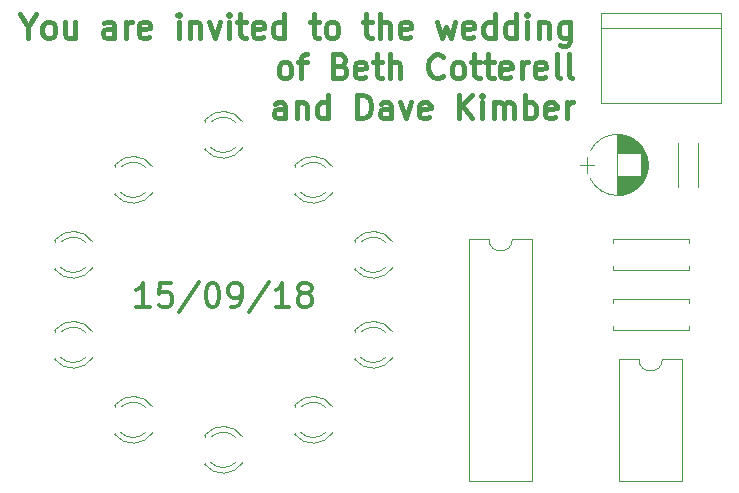
<source format=gbr>
G04 #@! TF.FileFunction,Legend,Top*
%FSLAX46Y46*%
G04 Gerber Fmt 4.6, Leading zero omitted, Abs format (unit mm)*
G04 Created by KiCad (PCBNEW 4.0.7-e2-6376~58~ubuntu16.04.1) date Wed Jun 13 19:58:53 2018*
%MOMM*%
%LPD*%
G01*
G04 APERTURE LIST*
%ADD10C,0.100000*%
%ADD11C,0.300000*%
%ADD12C,0.400000*%
%ADD13C,0.120000*%
G04 APERTURE END LIST*
D10*
D11*
X141097786Y-108537262D02*
X139954928Y-108537262D01*
X140526357Y-108537262D02*
X140526357Y-106537262D01*
X140335881Y-106822976D01*
X140145405Y-107013452D01*
X139954928Y-107108690D01*
X142907309Y-106537262D02*
X141954928Y-106537262D01*
X141859690Y-107489643D01*
X141954928Y-107394405D01*
X142145405Y-107299167D01*
X142621595Y-107299167D01*
X142812071Y-107394405D01*
X142907309Y-107489643D01*
X143002548Y-107680119D01*
X143002548Y-108156310D01*
X142907309Y-108346786D01*
X142812071Y-108442024D01*
X142621595Y-108537262D01*
X142145405Y-108537262D01*
X141954928Y-108442024D01*
X141859690Y-108346786D01*
X145288262Y-106442024D02*
X143573976Y-109013452D01*
X146335881Y-106537262D02*
X146526357Y-106537262D01*
X146716833Y-106632500D01*
X146812071Y-106727738D01*
X146907309Y-106918214D01*
X147002548Y-107299167D01*
X147002548Y-107775357D01*
X146907309Y-108156310D01*
X146812071Y-108346786D01*
X146716833Y-108442024D01*
X146526357Y-108537262D01*
X146335881Y-108537262D01*
X146145405Y-108442024D01*
X146050167Y-108346786D01*
X145954928Y-108156310D01*
X145859690Y-107775357D01*
X145859690Y-107299167D01*
X145954928Y-106918214D01*
X146050167Y-106727738D01*
X146145405Y-106632500D01*
X146335881Y-106537262D01*
X147954929Y-108537262D02*
X148335881Y-108537262D01*
X148526357Y-108442024D01*
X148621595Y-108346786D01*
X148812071Y-108061071D01*
X148907310Y-107680119D01*
X148907310Y-106918214D01*
X148812071Y-106727738D01*
X148716833Y-106632500D01*
X148526357Y-106537262D01*
X148145405Y-106537262D01*
X147954929Y-106632500D01*
X147859690Y-106727738D01*
X147764452Y-106918214D01*
X147764452Y-107394405D01*
X147859690Y-107584881D01*
X147954929Y-107680119D01*
X148145405Y-107775357D01*
X148526357Y-107775357D01*
X148716833Y-107680119D01*
X148812071Y-107584881D01*
X148907310Y-107394405D01*
X151193024Y-106442024D02*
X149478738Y-109013452D01*
X152907310Y-108537262D02*
X151764452Y-108537262D01*
X152335881Y-108537262D02*
X152335881Y-106537262D01*
X152145405Y-106822976D01*
X151954929Y-107013452D01*
X151764452Y-107108690D01*
X154050167Y-107394405D02*
X153859691Y-107299167D01*
X153764452Y-107203929D01*
X153669214Y-107013452D01*
X153669214Y-106918214D01*
X153764452Y-106727738D01*
X153859691Y-106632500D01*
X154050167Y-106537262D01*
X154431119Y-106537262D01*
X154621595Y-106632500D01*
X154716833Y-106727738D01*
X154812072Y-106918214D01*
X154812072Y-107013452D01*
X154716833Y-107203929D01*
X154621595Y-107299167D01*
X154431119Y-107394405D01*
X154050167Y-107394405D01*
X153859691Y-107489643D01*
X153764452Y-107584881D01*
X153669214Y-107775357D01*
X153669214Y-108156310D01*
X153764452Y-108346786D01*
X153859691Y-108442024D01*
X154050167Y-108537262D01*
X154431119Y-108537262D01*
X154621595Y-108442024D01*
X154716833Y-108346786D01*
X154812072Y-108156310D01*
X154812072Y-107775357D01*
X154716833Y-107584881D01*
X154621595Y-107489643D01*
X154431119Y-107394405D01*
D12*
X130784042Y-84817381D02*
X130784042Y-85769762D01*
X130117375Y-83769762D02*
X130784042Y-84817381D01*
X131450709Y-83769762D01*
X132403090Y-85769762D02*
X132212614Y-85674524D01*
X132117375Y-85579286D01*
X132022137Y-85388810D01*
X132022137Y-84817381D01*
X132117375Y-84626905D01*
X132212614Y-84531667D01*
X132403090Y-84436429D01*
X132688804Y-84436429D01*
X132879280Y-84531667D01*
X132974518Y-84626905D01*
X133069756Y-84817381D01*
X133069756Y-85388810D01*
X132974518Y-85579286D01*
X132879280Y-85674524D01*
X132688804Y-85769762D01*
X132403090Y-85769762D01*
X134784042Y-84436429D02*
X134784042Y-85769762D01*
X133926899Y-84436429D02*
X133926899Y-85484048D01*
X134022138Y-85674524D01*
X134212614Y-85769762D01*
X134498328Y-85769762D01*
X134688804Y-85674524D01*
X134784042Y-85579286D01*
X138117376Y-85769762D02*
X138117376Y-84722143D01*
X138022138Y-84531667D01*
X137831662Y-84436429D01*
X137450710Y-84436429D01*
X137260233Y-84531667D01*
X138117376Y-85674524D02*
X137926900Y-85769762D01*
X137450710Y-85769762D01*
X137260233Y-85674524D01*
X137164995Y-85484048D01*
X137164995Y-85293571D01*
X137260233Y-85103095D01*
X137450710Y-85007857D01*
X137926900Y-85007857D01*
X138117376Y-84912619D01*
X139069757Y-85769762D02*
X139069757Y-84436429D01*
X139069757Y-84817381D02*
X139164996Y-84626905D01*
X139260234Y-84531667D01*
X139450710Y-84436429D01*
X139641186Y-84436429D01*
X141069757Y-85674524D02*
X140879281Y-85769762D01*
X140498329Y-85769762D01*
X140307852Y-85674524D01*
X140212614Y-85484048D01*
X140212614Y-84722143D01*
X140307852Y-84531667D01*
X140498329Y-84436429D01*
X140879281Y-84436429D01*
X141069757Y-84531667D01*
X141164995Y-84722143D01*
X141164995Y-84912619D01*
X140212614Y-85103095D01*
X143545948Y-85769762D02*
X143545948Y-84436429D01*
X143545948Y-83769762D02*
X143450710Y-83865000D01*
X143545948Y-83960238D01*
X143641187Y-83865000D01*
X143545948Y-83769762D01*
X143545948Y-83960238D01*
X144498329Y-84436429D02*
X144498329Y-85769762D01*
X144498329Y-84626905D02*
X144593568Y-84531667D01*
X144784044Y-84436429D01*
X145069758Y-84436429D01*
X145260234Y-84531667D01*
X145355472Y-84722143D01*
X145355472Y-85769762D01*
X146117377Y-84436429D02*
X146593568Y-85769762D01*
X147069758Y-84436429D01*
X147831663Y-85769762D02*
X147831663Y-84436429D01*
X147831663Y-83769762D02*
X147736425Y-83865000D01*
X147831663Y-83960238D01*
X147926902Y-83865000D01*
X147831663Y-83769762D01*
X147831663Y-83960238D01*
X148498330Y-84436429D02*
X149260235Y-84436429D01*
X148784044Y-83769762D02*
X148784044Y-85484048D01*
X148879283Y-85674524D01*
X149069759Y-85769762D01*
X149260235Y-85769762D01*
X150688806Y-85674524D02*
X150498330Y-85769762D01*
X150117378Y-85769762D01*
X149926901Y-85674524D01*
X149831663Y-85484048D01*
X149831663Y-84722143D01*
X149926901Y-84531667D01*
X150117378Y-84436429D01*
X150498330Y-84436429D01*
X150688806Y-84531667D01*
X150784044Y-84722143D01*
X150784044Y-84912619D01*
X149831663Y-85103095D01*
X152498330Y-85769762D02*
X152498330Y-83769762D01*
X152498330Y-85674524D02*
X152307854Y-85769762D01*
X151926902Y-85769762D01*
X151736426Y-85674524D01*
X151641187Y-85579286D01*
X151545949Y-85388810D01*
X151545949Y-84817381D01*
X151641187Y-84626905D01*
X151736426Y-84531667D01*
X151926902Y-84436429D01*
X152307854Y-84436429D01*
X152498330Y-84531667D01*
X154688807Y-84436429D02*
X155450712Y-84436429D01*
X154974521Y-83769762D02*
X154974521Y-85484048D01*
X155069760Y-85674524D01*
X155260236Y-85769762D01*
X155450712Y-85769762D01*
X156403093Y-85769762D02*
X156212617Y-85674524D01*
X156117378Y-85579286D01*
X156022140Y-85388810D01*
X156022140Y-84817381D01*
X156117378Y-84626905D01*
X156212617Y-84531667D01*
X156403093Y-84436429D01*
X156688807Y-84436429D01*
X156879283Y-84531667D01*
X156974521Y-84626905D01*
X157069759Y-84817381D01*
X157069759Y-85388810D01*
X156974521Y-85579286D01*
X156879283Y-85674524D01*
X156688807Y-85769762D01*
X156403093Y-85769762D01*
X159164998Y-84436429D02*
X159926903Y-84436429D01*
X159450712Y-83769762D02*
X159450712Y-85484048D01*
X159545951Y-85674524D01*
X159736427Y-85769762D01*
X159926903Y-85769762D01*
X160593569Y-85769762D02*
X160593569Y-83769762D01*
X161450712Y-85769762D02*
X161450712Y-84722143D01*
X161355474Y-84531667D01*
X161164998Y-84436429D01*
X160879284Y-84436429D01*
X160688808Y-84531667D01*
X160593569Y-84626905D01*
X163164998Y-85674524D02*
X162974522Y-85769762D01*
X162593570Y-85769762D01*
X162403093Y-85674524D01*
X162307855Y-85484048D01*
X162307855Y-84722143D01*
X162403093Y-84531667D01*
X162593570Y-84436429D01*
X162974522Y-84436429D01*
X163164998Y-84531667D01*
X163260236Y-84722143D01*
X163260236Y-84912619D01*
X162307855Y-85103095D01*
X165450713Y-84436429D02*
X165831666Y-85769762D01*
X166212618Y-84817381D01*
X166593570Y-85769762D01*
X166974523Y-84436429D01*
X168498332Y-85674524D02*
X168307856Y-85769762D01*
X167926904Y-85769762D01*
X167736427Y-85674524D01*
X167641189Y-85484048D01*
X167641189Y-84722143D01*
X167736427Y-84531667D01*
X167926904Y-84436429D01*
X168307856Y-84436429D01*
X168498332Y-84531667D01*
X168593570Y-84722143D01*
X168593570Y-84912619D01*
X167641189Y-85103095D01*
X170307856Y-85769762D02*
X170307856Y-83769762D01*
X170307856Y-85674524D02*
X170117380Y-85769762D01*
X169736428Y-85769762D01*
X169545952Y-85674524D01*
X169450713Y-85579286D01*
X169355475Y-85388810D01*
X169355475Y-84817381D01*
X169450713Y-84626905D01*
X169545952Y-84531667D01*
X169736428Y-84436429D01*
X170117380Y-84436429D01*
X170307856Y-84531667D01*
X172117380Y-85769762D02*
X172117380Y-83769762D01*
X172117380Y-85674524D02*
X171926904Y-85769762D01*
X171545952Y-85769762D01*
X171355476Y-85674524D01*
X171260237Y-85579286D01*
X171164999Y-85388810D01*
X171164999Y-84817381D01*
X171260237Y-84626905D01*
X171355476Y-84531667D01*
X171545952Y-84436429D01*
X171926904Y-84436429D01*
X172117380Y-84531667D01*
X173069761Y-85769762D02*
X173069761Y-84436429D01*
X173069761Y-83769762D02*
X172974523Y-83865000D01*
X173069761Y-83960238D01*
X173165000Y-83865000D01*
X173069761Y-83769762D01*
X173069761Y-83960238D01*
X174022142Y-84436429D02*
X174022142Y-85769762D01*
X174022142Y-84626905D02*
X174117381Y-84531667D01*
X174307857Y-84436429D01*
X174593571Y-84436429D01*
X174784047Y-84531667D01*
X174879285Y-84722143D01*
X174879285Y-85769762D01*
X176688809Y-84436429D02*
X176688809Y-86055476D01*
X176593571Y-86245952D01*
X176498333Y-86341190D01*
X176307857Y-86436429D01*
X176022143Y-86436429D01*
X175831666Y-86341190D01*
X176688809Y-85674524D02*
X176498333Y-85769762D01*
X176117381Y-85769762D01*
X175926905Y-85674524D01*
X175831666Y-85579286D01*
X175736428Y-85388810D01*
X175736428Y-84817381D01*
X175831666Y-84626905D01*
X175926905Y-84531667D01*
X176117381Y-84436429D01*
X176498333Y-84436429D01*
X176688809Y-84531667D01*
X152403094Y-89169762D02*
X152212618Y-89074524D01*
X152117379Y-88979286D01*
X152022141Y-88788810D01*
X152022141Y-88217381D01*
X152117379Y-88026905D01*
X152212618Y-87931667D01*
X152403094Y-87836429D01*
X152688808Y-87836429D01*
X152879284Y-87931667D01*
X152974522Y-88026905D01*
X153069760Y-88217381D01*
X153069760Y-88788810D01*
X152974522Y-88979286D01*
X152879284Y-89074524D01*
X152688808Y-89169762D01*
X152403094Y-89169762D01*
X153641189Y-87836429D02*
X154403094Y-87836429D01*
X153926903Y-89169762D02*
X153926903Y-87455476D01*
X154022142Y-87265000D01*
X154212618Y-87169762D01*
X154403094Y-87169762D01*
X157260237Y-88122143D02*
X157545951Y-88217381D01*
X157641190Y-88312619D01*
X157736428Y-88503095D01*
X157736428Y-88788810D01*
X157641190Y-88979286D01*
X157545951Y-89074524D01*
X157355475Y-89169762D01*
X156593570Y-89169762D01*
X156593570Y-87169762D01*
X157260237Y-87169762D01*
X157450713Y-87265000D01*
X157545951Y-87360238D01*
X157641190Y-87550714D01*
X157641190Y-87741190D01*
X157545951Y-87931667D01*
X157450713Y-88026905D01*
X157260237Y-88122143D01*
X156593570Y-88122143D01*
X159355475Y-89074524D02*
X159164999Y-89169762D01*
X158784047Y-89169762D01*
X158593570Y-89074524D01*
X158498332Y-88884048D01*
X158498332Y-88122143D01*
X158593570Y-87931667D01*
X158784047Y-87836429D01*
X159164999Y-87836429D01*
X159355475Y-87931667D01*
X159450713Y-88122143D01*
X159450713Y-88312619D01*
X158498332Y-88503095D01*
X160022142Y-87836429D02*
X160784047Y-87836429D01*
X160307856Y-87169762D02*
X160307856Y-88884048D01*
X160403095Y-89074524D01*
X160593571Y-89169762D01*
X160784047Y-89169762D01*
X161450713Y-89169762D02*
X161450713Y-87169762D01*
X162307856Y-89169762D02*
X162307856Y-88122143D01*
X162212618Y-87931667D01*
X162022142Y-87836429D01*
X161736428Y-87836429D01*
X161545952Y-87931667D01*
X161450713Y-88026905D01*
X165926905Y-88979286D02*
X165831667Y-89074524D01*
X165545952Y-89169762D01*
X165355476Y-89169762D01*
X165069762Y-89074524D01*
X164879286Y-88884048D01*
X164784047Y-88693571D01*
X164688809Y-88312619D01*
X164688809Y-88026905D01*
X164784047Y-87645952D01*
X164879286Y-87455476D01*
X165069762Y-87265000D01*
X165355476Y-87169762D01*
X165545952Y-87169762D01*
X165831667Y-87265000D01*
X165926905Y-87360238D01*
X167069762Y-89169762D02*
X166879286Y-89074524D01*
X166784047Y-88979286D01*
X166688809Y-88788810D01*
X166688809Y-88217381D01*
X166784047Y-88026905D01*
X166879286Y-87931667D01*
X167069762Y-87836429D01*
X167355476Y-87836429D01*
X167545952Y-87931667D01*
X167641190Y-88026905D01*
X167736428Y-88217381D01*
X167736428Y-88788810D01*
X167641190Y-88979286D01*
X167545952Y-89074524D01*
X167355476Y-89169762D01*
X167069762Y-89169762D01*
X168307857Y-87836429D02*
X169069762Y-87836429D01*
X168593571Y-87169762D02*
X168593571Y-88884048D01*
X168688810Y-89074524D01*
X168879286Y-89169762D01*
X169069762Y-89169762D01*
X169450714Y-87836429D02*
X170212619Y-87836429D01*
X169736428Y-87169762D02*
X169736428Y-88884048D01*
X169831667Y-89074524D01*
X170022143Y-89169762D01*
X170212619Y-89169762D01*
X171641190Y-89074524D02*
X171450714Y-89169762D01*
X171069762Y-89169762D01*
X170879285Y-89074524D01*
X170784047Y-88884048D01*
X170784047Y-88122143D01*
X170879285Y-87931667D01*
X171069762Y-87836429D01*
X171450714Y-87836429D01*
X171641190Y-87931667D01*
X171736428Y-88122143D01*
X171736428Y-88312619D01*
X170784047Y-88503095D01*
X172593571Y-89169762D02*
X172593571Y-87836429D01*
X172593571Y-88217381D02*
X172688810Y-88026905D01*
X172784048Y-87931667D01*
X172974524Y-87836429D01*
X173165000Y-87836429D01*
X174593571Y-89074524D02*
X174403095Y-89169762D01*
X174022143Y-89169762D01*
X173831666Y-89074524D01*
X173736428Y-88884048D01*
X173736428Y-88122143D01*
X173831666Y-87931667D01*
X174022143Y-87836429D01*
X174403095Y-87836429D01*
X174593571Y-87931667D01*
X174688809Y-88122143D01*
X174688809Y-88312619D01*
X173736428Y-88503095D01*
X175831667Y-89169762D02*
X175641191Y-89074524D01*
X175545952Y-88884048D01*
X175545952Y-87169762D01*
X176879286Y-89169762D02*
X176688810Y-89074524D01*
X176593571Y-88884048D01*
X176593571Y-87169762D01*
X152593568Y-92569762D02*
X152593568Y-91522143D01*
X152498330Y-91331667D01*
X152307854Y-91236429D01*
X151926902Y-91236429D01*
X151736425Y-91331667D01*
X152593568Y-92474524D02*
X152403092Y-92569762D01*
X151926902Y-92569762D01*
X151736425Y-92474524D01*
X151641187Y-92284048D01*
X151641187Y-92093571D01*
X151736425Y-91903095D01*
X151926902Y-91807857D01*
X152403092Y-91807857D01*
X152593568Y-91712619D01*
X153545949Y-91236429D02*
X153545949Y-92569762D01*
X153545949Y-91426905D02*
X153641188Y-91331667D01*
X153831664Y-91236429D01*
X154117378Y-91236429D01*
X154307854Y-91331667D01*
X154403092Y-91522143D01*
X154403092Y-92569762D01*
X156212616Y-92569762D02*
X156212616Y-90569762D01*
X156212616Y-92474524D02*
X156022140Y-92569762D01*
X155641188Y-92569762D01*
X155450712Y-92474524D01*
X155355473Y-92379286D01*
X155260235Y-92188810D01*
X155260235Y-91617381D01*
X155355473Y-91426905D01*
X155450712Y-91331667D01*
X155641188Y-91236429D01*
X156022140Y-91236429D01*
X156212616Y-91331667D01*
X158688807Y-92569762D02*
X158688807Y-90569762D01*
X159164998Y-90569762D01*
X159450712Y-90665000D01*
X159641188Y-90855476D01*
X159736427Y-91045952D01*
X159831665Y-91426905D01*
X159831665Y-91712619D01*
X159736427Y-92093571D01*
X159641188Y-92284048D01*
X159450712Y-92474524D01*
X159164998Y-92569762D01*
X158688807Y-92569762D01*
X161545950Y-92569762D02*
X161545950Y-91522143D01*
X161450712Y-91331667D01*
X161260236Y-91236429D01*
X160879284Y-91236429D01*
X160688807Y-91331667D01*
X161545950Y-92474524D02*
X161355474Y-92569762D01*
X160879284Y-92569762D01*
X160688807Y-92474524D01*
X160593569Y-92284048D01*
X160593569Y-92093571D01*
X160688807Y-91903095D01*
X160879284Y-91807857D01*
X161355474Y-91807857D01*
X161545950Y-91712619D01*
X162307855Y-91236429D02*
X162784046Y-92569762D01*
X163260236Y-91236429D01*
X164784046Y-92474524D02*
X164593570Y-92569762D01*
X164212618Y-92569762D01*
X164022141Y-92474524D01*
X163926903Y-92284048D01*
X163926903Y-91522143D01*
X164022141Y-91331667D01*
X164212618Y-91236429D01*
X164593570Y-91236429D01*
X164784046Y-91331667D01*
X164879284Y-91522143D01*
X164879284Y-91712619D01*
X163926903Y-91903095D01*
X167260237Y-92569762D02*
X167260237Y-90569762D01*
X168403095Y-92569762D02*
X167545952Y-91426905D01*
X168403095Y-90569762D02*
X167260237Y-91712619D01*
X169260237Y-92569762D02*
X169260237Y-91236429D01*
X169260237Y-90569762D02*
X169164999Y-90665000D01*
X169260237Y-90760238D01*
X169355476Y-90665000D01*
X169260237Y-90569762D01*
X169260237Y-90760238D01*
X170212618Y-92569762D02*
X170212618Y-91236429D01*
X170212618Y-91426905D02*
X170307857Y-91331667D01*
X170498333Y-91236429D01*
X170784047Y-91236429D01*
X170974523Y-91331667D01*
X171069761Y-91522143D01*
X171069761Y-92569762D01*
X171069761Y-91522143D02*
X171164999Y-91331667D01*
X171355476Y-91236429D01*
X171641190Y-91236429D01*
X171831666Y-91331667D01*
X171926904Y-91522143D01*
X171926904Y-92569762D01*
X172879285Y-92569762D02*
X172879285Y-90569762D01*
X172879285Y-91331667D02*
X173069762Y-91236429D01*
X173450714Y-91236429D01*
X173641190Y-91331667D01*
X173736428Y-91426905D01*
X173831666Y-91617381D01*
X173831666Y-92188810D01*
X173736428Y-92379286D01*
X173641190Y-92474524D01*
X173450714Y-92569762D01*
X173069762Y-92569762D01*
X172879285Y-92474524D01*
X175450714Y-92474524D02*
X175260238Y-92569762D01*
X174879286Y-92569762D01*
X174688809Y-92474524D01*
X174593571Y-92284048D01*
X174593571Y-91522143D01*
X174688809Y-91331667D01*
X174879286Y-91236429D01*
X175260238Y-91236429D01*
X175450714Y-91331667D01*
X175545952Y-91522143D01*
X175545952Y-91712619D01*
X174593571Y-91903095D01*
X176403095Y-92569762D02*
X176403095Y-91236429D01*
X176403095Y-91617381D02*
X176498334Y-91426905D01*
X176593572Y-91331667D01*
X176784048Y-91236429D01*
X176974524Y-91236429D01*
D13*
X187550000Y-94660000D02*
X187550000Y-98380000D01*
X185830000Y-94660000D02*
X185830000Y-98380000D01*
X183010722Y-95340277D02*
G75*
G03X178399420Y-95340000I-2305722J-1179723D01*
G01*
X183010722Y-97699723D02*
G75*
G02X178399420Y-97700000I-2305722J1179723D01*
G01*
X183010722Y-97699723D02*
G75*
G03X183010580Y-95340000I-2305722J1179723D01*
G01*
X180705000Y-93970000D02*
X180705000Y-99070000D01*
X180745000Y-93970000D02*
X180745000Y-95540000D01*
X180745000Y-97500000D02*
X180745000Y-99070000D01*
X180785000Y-93971000D02*
X180785000Y-95540000D01*
X180785000Y-97500000D02*
X180785000Y-99069000D01*
X180825000Y-93972000D02*
X180825000Y-95540000D01*
X180825000Y-97500000D02*
X180825000Y-99068000D01*
X180865000Y-93974000D02*
X180865000Y-95540000D01*
X180865000Y-97500000D02*
X180865000Y-99066000D01*
X180905000Y-93977000D02*
X180905000Y-95540000D01*
X180905000Y-97500000D02*
X180905000Y-99063000D01*
X180945000Y-93981000D02*
X180945000Y-95540000D01*
X180945000Y-97500000D02*
X180945000Y-99059000D01*
X180985000Y-93985000D02*
X180985000Y-95540000D01*
X180985000Y-97500000D02*
X180985000Y-99055000D01*
X181025000Y-93989000D02*
X181025000Y-95540000D01*
X181025000Y-97500000D02*
X181025000Y-99051000D01*
X181065000Y-93995000D02*
X181065000Y-95540000D01*
X181065000Y-97500000D02*
X181065000Y-99045000D01*
X181105000Y-94001000D02*
X181105000Y-95540000D01*
X181105000Y-97500000D02*
X181105000Y-99039000D01*
X181145000Y-94007000D02*
X181145000Y-95540000D01*
X181145000Y-97500000D02*
X181145000Y-99033000D01*
X181185000Y-94014000D02*
X181185000Y-95540000D01*
X181185000Y-97500000D02*
X181185000Y-99026000D01*
X181225000Y-94022000D02*
X181225000Y-95540000D01*
X181225000Y-97500000D02*
X181225000Y-99018000D01*
X181265000Y-94031000D02*
X181265000Y-95540000D01*
X181265000Y-97500000D02*
X181265000Y-99009000D01*
X181305000Y-94040000D02*
X181305000Y-95540000D01*
X181305000Y-97500000D02*
X181305000Y-99000000D01*
X181345000Y-94050000D02*
X181345000Y-95540000D01*
X181345000Y-97500000D02*
X181345000Y-98990000D01*
X181385000Y-94060000D02*
X181385000Y-95540000D01*
X181385000Y-97500000D02*
X181385000Y-98980000D01*
X181426000Y-94072000D02*
X181426000Y-95540000D01*
X181426000Y-97500000D02*
X181426000Y-98968000D01*
X181466000Y-94084000D02*
X181466000Y-95540000D01*
X181466000Y-97500000D02*
X181466000Y-98956000D01*
X181506000Y-94096000D02*
X181506000Y-95540000D01*
X181506000Y-97500000D02*
X181506000Y-98944000D01*
X181546000Y-94110000D02*
X181546000Y-95540000D01*
X181546000Y-97500000D02*
X181546000Y-98930000D01*
X181586000Y-94124000D02*
X181586000Y-95540000D01*
X181586000Y-97500000D02*
X181586000Y-98916000D01*
X181626000Y-94138000D02*
X181626000Y-95540000D01*
X181626000Y-97500000D02*
X181626000Y-98902000D01*
X181666000Y-94154000D02*
X181666000Y-95540000D01*
X181666000Y-97500000D02*
X181666000Y-98886000D01*
X181706000Y-94170000D02*
X181706000Y-95540000D01*
X181706000Y-97500000D02*
X181706000Y-98870000D01*
X181746000Y-94187000D02*
X181746000Y-95540000D01*
X181746000Y-97500000D02*
X181746000Y-98853000D01*
X181786000Y-94205000D02*
X181786000Y-95540000D01*
X181786000Y-97500000D02*
X181786000Y-98835000D01*
X181826000Y-94224000D02*
X181826000Y-95540000D01*
X181826000Y-97500000D02*
X181826000Y-98816000D01*
X181866000Y-94244000D02*
X181866000Y-95540000D01*
X181866000Y-97500000D02*
X181866000Y-98796000D01*
X181906000Y-94264000D02*
X181906000Y-95540000D01*
X181906000Y-97500000D02*
X181906000Y-98776000D01*
X181946000Y-94286000D02*
X181946000Y-95540000D01*
X181946000Y-97500000D02*
X181946000Y-98754000D01*
X181986000Y-94308000D02*
X181986000Y-95540000D01*
X181986000Y-97500000D02*
X181986000Y-98732000D01*
X182026000Y-94331000D02*
X182026000Y-95540000D01*
X182026000Y-97500000D02*
X182026000Y-98709000D01*
X182066000Y-94355000D02*
X182066000Y-95540000D01*
X182066000Y-97500000D02*
X182066000Y-98685000D01*
X182106000Y-94380000D02*
X182106000Y-95540000D01*
X182106000Y-97500000D02*
X182106000Y-98660000D01*
X182146000Y-94407000D02*
X182146000Y-95540000D01*
X182146000Y-97500000D02*
X182146000Y-98633000D01*
X182186000Y-94434000D02*
X182186000Y-95540000D01*
X182186000Y-97500000D02*
X182186000Y-98606000D01*
X182226000Y-94462000D02*
X182226000Y-95540000D01*
X182226000Y-97500000D02*
X182226000Y-98578000D01*
X182266000Y-94492000D02*
X182266000Y-95540000D01*
X182266000Y-97500000D02*
X182266000Y-98548000D01*
X182306000Y-94523000D02*
X182306000Y-95540000D01*
X182306000Y-97500000D02*
X182306000Y-98517000D01*
X182346000Y-94555000D02*
X182346000Y-95540000D01*
X182346000Y-97500000D02*
X182346000Y-98485000D01*
X182386000Y-94588000D02*
X182386000Y-95540000D01*
X182386000Y-97500000D02*
X182386000Y-98452000D01*
X182426000Y-94623000D02*
X182426000Y-95540000D01*
X182426000Y-97500000D02*
X182426000Y-98417000D01*
X182466000Y-94659000D02*
X182466000Y-95540000D01*
X182466000Y-97500000D02*
X182466000Y-98381000D01*
X182506000Y-94697000D02*
X182506000Y-95540000D01*
X182506000Y-97500000D02*
X182506000Y-98343000D01*
X182546000Y-94737000D02*
X182546000Y-95540000D01*
X182546000Y-97500000D02*
X182546000Y-98303000D01*
X182586000Y-94778000D02*
X182586000Y-95540000D01*
X182586000Y-97500000D02*
X182586000Y-98262000D01*
X182626000Y-94821000D02*
X182626000Y-95540000D01*
X182626000Y-97500000D02*
X182626000Y-98219000D01*
X182666000Y-94866000D02*
X182666000Y-95540000D01*
X182666000Y-97500000D02*
X182666000Y-98174000D01*
X182706000Y-94914000D02*
X182706000Y-98126000D01*
X182746000Y-94964000D02*
X182746000Y-98076000D01*
X182786000Y-95016000D02*
X182786000Y-98024000D01*
X182826000Y-95072000D02*
X182826000Y-97968000D01*
X182866000Y-95130000D02*
X182866000Y-97910000D01*
X182906000Y-95193000D02*
X182906000Y-97847000D01*
X182946000Y-95259000D02*
X182946000Y-97781000D01*
X182986000Y-95331000D02*
X182986000Y-97709000D01*
X183026000Y-95408000D02*
X183026000Y-97632000D01*
X183066000Y-95492000D02*
X183066000Y-97548000D01*
X183106000Y-95586000D02*
X183106000Y-97454000D01*
X183146000Y-95691000D02*
X183146000Y-97349000D01*
X183186000Y-95813000D02*
X183186000Y-97227000D01*
X183226000Y-95961000D02*
X183226000Y-97079000D01*
X183266000Y-96166000D02*
X183266000Y-96874000D01*
X177505000Y-96520000D02*
X178705000Y-96520000D01*
X178105000Y-95870000D02*
X178105000Y-97170000D01*
X148992335Y-92901392D02*
G75*
G03X145760000Y-92744484I-1672335J-1078608D01*
G01*
X148992335Y-95058608D02*
G75*
G02X145760000Y-95215516I-1672335J1078608D01*
G01*
X148361130Y-92900163D02*
G75*
G03X146279039Y-92900000I-1041130J-1079837D01*
G01*
X148361130Y-95059837D02*
G75*
G02X146279039Y-95060000I-1041130J1079837D01*
G01*
X145760000Y-92744000D02*
X145760000Y-92900000D01*
X145760000Y-95060000D02*
X145760000Y-95216000D01*
X156612335Y-96711392D02*
G75*
G03X153380000Y-96554484I-1672335J-1078608D01*
G01*
X156612335Y-98868608D02*
G75*
G02X153380000Y-99025516I-1672335J1078608D01*
G01*
X155981130Y-96710163D02*
G75*
G03X153899039Y-96710000I-1041130J-1079837D01*
G01*
X155981130Y-98869837D02*
G75*
G02X153899039Y-98870000I-1041130J1079837D01*
G01*
X153380000Y-96554000D02*
X153380000Y-96710000D01*
X153380000Y-98870000D02*
X153380000Y-99026000D01*
X161692335Y-103061392D02*
G75*
G03X158460000Y-102904484I-1672335J-1078608D01*
G01*
X161692335Y-105218608D02*
G75*
G02X158460000Y-105375516I-1672335J1078608D01*
G01*
X161061130Y-103060163D02*
G75*
G03X158979039Y-103060000I-1041130J-1079837D01*
G01*
X161061130Y-105219837D02*
G75*
G02X158979039Y-105220000I-1041130J1079837D01*
G01*
X158460000Y-102904000D02*
X158460000Y-103060000D01*
X158460000Y-105220000D02*
X158460000Y-105376000D01*
X161692335Y-110681392D02*
G75*
G03X158460000Y-110524484I-1672335J-1078608D01*
G01*
X161692335Y-112838608D02*
G75*
G02X158460000Y-112995516I-1672335J1078608D01*
G01*
X161061130Y-110680163D02*
G75*
G03X158979039Y-110680000I-1041130J-1079837D01*
G01*
X161061130Y-112839837D02*
G75*
G02X158979039Y-112840000I-1041130J1079837D01*
G01*
X158460000Y-110524000D02*
X158460000Y-110680000D01*
X158460000Y-112840000D02*
X158460000Y-112996000D01*
X156612335Y-117031392D02*
G75*
G03X153380000Y-116874484I-1672335J-1078608D01*
G01*
X156612335Y-119188608D02*
G75*
G02X153380000Y-119345516I-1672335J1078608D01*
G01*
X155981130Y-117030163D02*
G75*
G03X153899039Y-117030000I-1041130J-1079837D01*
G01*
X155981130Y-119189837D02*
G75*
G02X153899039Y-119190000I-1041130J1079837D01*
G01*
X153380000Y-116874000D02*
X153380000Y-117030000D01*
X153380000Y-119190000D02*
X153380000Y-119346000D01*
X148992335Y-119571392D02*
G75*
G03X145760000Y-119414484I-1672335J-1078608D01*
G01*
X148992335Y-121728608D02*
G75*
G02X145760000Y-121885516I-1672335J1078608D01*
G01*
X148361130Y-119570163D02*
G75*
G03X146279039Y-119570000I-1041130J-1079837D01*
G01*
X148361130Y-121729837D02*
G75*
G02X146279039Y-121730000I-1041130J1079837D01*
G01*
X145760000Y-119414000D02*
X145760000Y-119570000D01*
X145760000Y-121730000D02*
X145760000Y-121886000D01*
X141372335Y-117031392D02*
G75*
G03X138140000Y-116874484I-1672335J-1078608D01*
G01*
X141372335Y-119188608D02*
G75*
G02X138140000Y-119345516I-1672335J1078608D01*
G01*
X140741130Y-117030163D02*
G75*
G03X138659039Y-117030000I-1041130J-1079837D01*
G01*
X140741130Y-119189837D02*
G75*
G02X138659039Y-119190000I-1041130J1079837D01*
G01*
X138140000Y-116874000D02*
X138140000Y-117030000D01*
X138140000Y-119190000D02*
X138140000Y-119346000D01*
X136292335Y-110681392D02*
G75*
G03X133060000Y-110524484I-1672335J-1078608D01*
G01*
X136292335Y-112838608D02*
G75*
G02X133060000Y-112995516I-1672335J1078608D01*
G01*
X135661130Y-110680163D02*
G75*
G03X133579039Y-110680000I-1041130J-1079837D01*
G01*
X135661130Y-112839837D02*
G75*
G02X133579039Y-112840000I-1041130J1079837D01*
G01*
X133060000Y-110524000D02*
X133060000Y-110680000D01*
X133060000Y-112840000D02*
X133060000Y-112996000D01*
X136292335Y-103061392D02*
G75*
G03X133060000Y-102904484I-1672335J-1078608D01*
G01*
X136292335Y-105218608D02*
G75*
G02X133060000Y-105375516I-1672335J1078608D01*
G01*
X135661130Y-103060163D02*
G75*
G03X133579039Y-103060000I-1041130J-1079837D01*
G01*
X135661130Y-105219837D02*
G75*
G02X133579039Y-105220000I-1041130J1079837D01*
G01*
X133060000Y-102904000D02*
X133060000Y-103060000D01*
X133060000Y-105220000D02*
X133060000Y-105376000D01*
X141372335Y-96711392D02*
G75*
G03X138140000Y-96554484I-1672335J-1078608D01*
G01*
X141372335Y-98868608D02*
G75*
G02X138140000Y-99025516I-1672335J1078608D01*
G01*
X140741130Y-96710163D02*
G75*
G03X138659039Y-96710000I-1041130J-1079837D01*
G01*
X140741130Y-98869837D02*
G75*
G02X138659039Y-98870000I-1041130J1079837D01*
G01*
X138140000Y-96554000D02*
X138140000Y-96710000D01*
X138140000Y-98870000D02*
X138140000Y-99026000D01*
X180305000Y-103160000D02*
X180305000Y-102830000D01*
X180305000Y-102830000D02*
X186725000Y-102830000D01*
X186725000Y-102830000D02*
X186725000Y-103160000D01*
X180305000Y-105120000D02*
X180305000Y-105450000D01*
X180305000Y-105450000D02*
X186725000Y-105450000D01*
X186725000Y-105450000D02*
X186725000Y-105120000D01*
X180305000Y-108240000D02*
X180305000Y-107910000D01*
X180305000Y-107910000D02*
X186725000Y-107910000D01*
X186725000Y-107910000D02*
X186725000Y-108240000D01*
X180305000Y-110200000D02*
X180305000Y-110530000D01*
X180305000Y-110530000D02*
X186725000Y-110530000D01*
X186725000Y-110530000D02*
X186725000Y-110200000D01*
X171815000Y-102810000D02*
G75*
G02X169815000Y-102810000I-1000000J0D01*
G01*
X169815000Y-102810000D02*
X168165000Y-102810000D01*
X168165000Y-102810000D02*
X168165000Y-123250000D01*
X168165000Y-123250000D02*
X173465000Y-123250000D01*
X173465000Y-123250000D02*
X173465000Y-102810000D01*
X173465000Y-102810000D02*
X171815000Y-102810000D01*
X184515000Y-112970000D02*
G75*
G02X182515000Y-112970000I-1000000J0D01*
G01*
X182515000Y-112970000D02*
X180865000Y-112970000D01*
X180865000Y-112970000D02*
X180865000Y-123250000D01*
X180865000Y-123250000D02*
X186165000Y-123250000D01*
X186165000Y-123250000D02*
X186165000Y-112970000D01*
X186165000Y-112970000D02*
X184515000Y-112970000D01*
X179324000Y-84899500D02*
X189484000Y-84899500D01*
X179324000Y-83629500D02*
X179324000Y-91249500D01*
X179324000Y-91249500D02*
X189484000Y-91249500D01*
X189484000Y-91249500D02*
X189484000Y-83629500D01*
X189484000Y-83629500D02*
X179324000Y-83629500D01*
M02*

</source>
